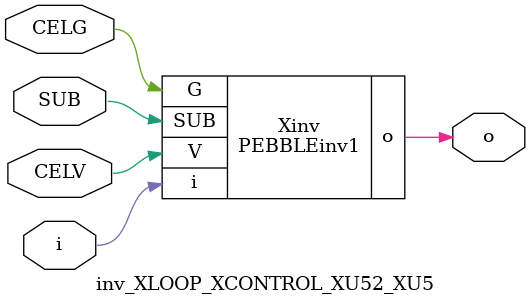
<source format=v>



module PEBBLEinv1 ( o, G, SUB, V, i );

  input V;
  input i;
  input G;
  output o;
  input SUB;
endmodule

//Celera Confidential Do Not Copy inv_XLOOP_XCONTROL_XU52_XU5
//Celera Confidential Symbol Generator
//5V Inverter
module inv_XLOOP_XCONTROL_XU52_XU5 (CELV,CELG,i,o,SUB);
input CELV;
input CELG;
input i;
input SUB;
output o;

//Celera Confidential Do Not Copy inv
PEBBLEinv1 Xinv(
.V (CELV),
.i (i),
.o (o),
.SUB (SUB),
.G (CELG)
);
//,diesize,PEBBLEinv1

//Celera Confidential Do Not Copy Module End
//Celera Schematic Generator
endmodule

</source>
